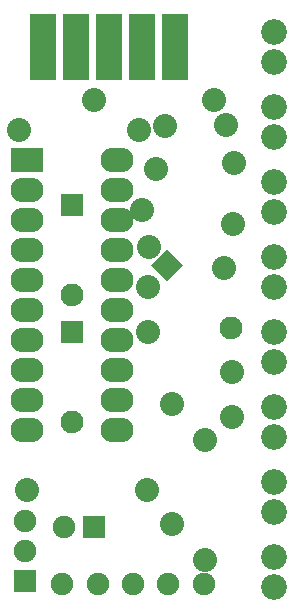
<source format=gts>
G04 (created by PCBNEW-RS274X (2011-05-25)-stable) date Wed 29 Aug 2012 05:18:07 PM CDT*
G01*
G70*
G90*
%MOIN*%
G04 Gerber Fmt 3.4, Leading zero omitted, Abs format*
%FSLAX34Y34*%
G04 APERTURE LIST*
%ADD10C,0.006000*%
%ADD11R,0.075000X0.075000*%
%ADD12C,0.075000*%
%ADD13C,0.086000*%
%ADD14R,0.076000X0.076000*%
%ADD15C,0.076000*%
%ADD16R,0.090000X0.220000*%
%ADD17R,0.110000X0.082000*%
%ADD18O,0.110000X0.082000*%
%ADD19C,0.080000*%
G04 APERTURE END LIST*
G54D10*
G54D11*
X00700Y-18800D03*
G54D12*
X00700Y-17800D03*
X00700Y-16800D03*
G54D11*
X03000Y-17000D03*
G54D12*
X02000Y-17000D03*
G54D13*
X09000Y-19000D03*
X09000Y-18000D03*
X09000Y-16500D03*
X09000Y-15500D03*
X09000Y-14000D03*
X09000Y-13000D03*
X09000Y-11500D03*
X09000Y-10500D03*
X09000Y-09000D03*
X09000Y-08000D03*
X09000Y-06500D03*
X09000Y-05500D03*
X09000Y-04000D03*
X09000Y-03000D03*
X09000Y-01500D03*
X09000Y-00500D03*
G54D14*
X02250Y-06250D03*
G54D15*
X02250Y-09250D03*
G54D10*
G36*
X05976Y-08239D02*
X05439Y-08776D01*
X04902Y-08239D01*
X05439Y-07702D01*
X05976Y-08239D01*
X05976Y-08239D01*
G37*
G54D15*
X07561Y-10361D03*
G54D14*
X02250Y-10500D03*
G54D15*
X02250Y-13500D03*
G54D16*
X04600Y-01000D03*
X03500Y-01000D03*
X02400Y-01000D03*
X01300Y-01000D03*
X05700Y-01000D03*
G54D17*
X00750Y-04750D03*
G54D18*
X00750Y-05750D03*
X00750Y-06750D03*
X00750Y-07750D03*
X00750Y-08750D03*
X00750Y-09750D03*
X00750Y-10750D03*
X00750Y-11750D03*
X00750Y-12750D03*
X00750Y-13750D03*
X03750Y-13750D03*
X03750Y-12750D03*
X03750Y-11750D03*
X03750Y-10750D03*
X03750Y-09750D03*
X03750Y-08750D03*
X03750Y-07750D03*
X03750Y-06750D03*
X03750Y-05750D03*
X03750Y-04750D03*
G54D19*
X07000Y-02750D03*
X03000Y-02750D03*
X07414Y-03586D03*
X04586Y-06414D03*
X07647Y-06888D03*
X05353Y-03612D03*
X07664Y-04836D03*
X04836Y-07664D03*
X07347Y-08338D03*
X05053Y-05062D03*
X07614Y-11814D03*
X04786Y-08986D03*
X07614Y-13314D03*
X04786Y-10486D03*
X06700Y-18100D03*
X06700Y-14100D03*
X05600Y-16900D03*
X05600Y-12900D03*
X04750Y-15750D03*
X00750Y-15750D03*
X00500Y-03750D03*
X04500Y-03750D03*
G54D12*
X05481Y-18900D03*
X04300Y-18900D03*
X03119Y-18900D03*
X01938Y-18900D03*
X06662Y-18900D03*
M02*

</source>
